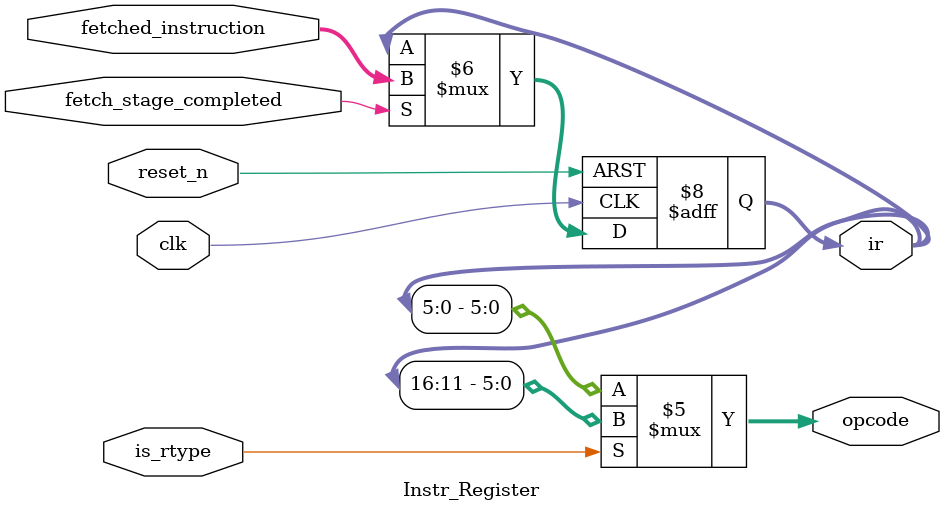
<source format=v>
/*****************************************************************************
 *                                                                           *
 * Module:       Instr_Register                                              *
 * Description:                                                              *
 *      This module is the instruction register for the UT IIe processor.    *
 *                                                                           *
 *****************************************************************************/

// synthesis translate_off
`timescale 1ns / 100ps
// synthesis translate_on

/*
Instr_Register the_Instr_Register (
	// Inputs
	.clk					(clk),
	.reset_n				(reset_n),

	.fetch_stage_completed	(),
	.fetched_instruction	(),
	.is_rtype				(),

	// Bidirectionals

	// Outputs
	.ir						(),
	.opcode					()
);
*/

module Instr_Register (
	// Inputs
	clk,
	reset_n,

	fetch_stage_completed,
	fetched_instruction,
	is_rtype,

	// Bidirectionals

	// Outputs
	ir,
	opcode
);

/*****************************************************************************
 *                           Parameter Declarations                          *
 *****************************************************************************/

/*****************************************************************************
 *                             Port Declarations                             *
 *****************************************************************************/
// Inputs
input			clk;
input			reset_n;

input			fetch_stage_completed;
input	[31:0]	fetched_instruction;
input			is_rtype;

// Bidirectionals

// Outputs
output	[31:0]	ir;
output	[5:0]	opcode;

/*****************************************************************************
 *                 Internal wires and registers Declarations                 *
 *****************************************************************************/
// Internal Wires

// Internal Registers
reg		[31:0]	ir;

// State Machine Registers

/*****************************************************************************
 *                         Finite State Machine(s)                           *
 *****************************************************************************/

/*****************************************************************************
 *                             Sequential logic                              *
 *****************************************************************************/

// always @ (posedge clk)
always @ (posedge clk, negedge reset_n)
begin
	if (reset_n == 1'b0)
	begin
		ir <= 32'h00000000;
	end
	else
	begin
		if (fetch_stage_completed == 1'b1)
		begin
			ir <= fetched_instruction;
		end
	end
end

/*****************************************************************************
 *                            Combinational logic                            *
 *****************************************************************************/

assign opcode = (is_rtype == 1'b0) ? ir[5:0] : ir[16:11];

/*****************************************************************************
 *                              Internal Modules                             *
 *****************************************************************************/

endmodule

/*****************************************************************************
 *                                                                           *
 * Copyright (C) 2006 Blair Fort. All rights reserved.  Blair Fort assumes   *
 * no responsibility or liability arising out of the application or use of   *
 * any information, product, or service described herein except as expressly *
 * agreed to in writing by Blair Fort.                                       *
 *                                                                           *
 * This module is being provided on an "as-is" basis and as an accommodation *
 * and therefore all warranties, representations or guarantees of any kind   *
 * (whether express, implied or statutory) including, without limitation,    *
 * warranties of merchantability, non-infringement, or fitness for a         *
 * particular purpose, are specifically disclaimed.                          *
 *                                                                           *
 *****************************************************************************/


</source>
